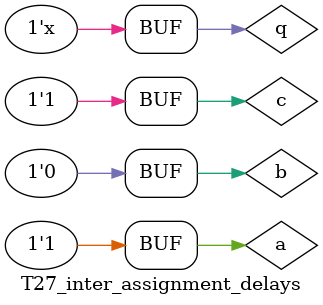
<source format=v>

/*
delay statement has delay value on the LHS of the assignment operator. This indicates that the statement itself is executed after
the delay expires, and is the most commonly using form of delay control.
*/
module T27_inter_assignment_delays;

    reg a, b, c, q;

    initial begin
        $monitor("[%0t] a=%0b b=%0b c=%0b q=%0b", $time, a, b, c, q);

        // Initialize all signals to 0 at time 0
        a <= 0; 
        b <= 0;
        c <= 0;
        q <= 0;

        // Inter-assignment delay: Wait for #5 time units
        // and then assign a and c to 1. Note that 'a' and 'c'
        // gets updated at the end of current timestep
        #5 a <= 1;
        c <= 1;

        // Inter-assignment delay: Wait for #5 time units
        // and then assign 'q' with whatever value RHS gets
        // evaluated to
        #5 q <= a & b | c;

        #20;    
    end
endmodule
</source>
